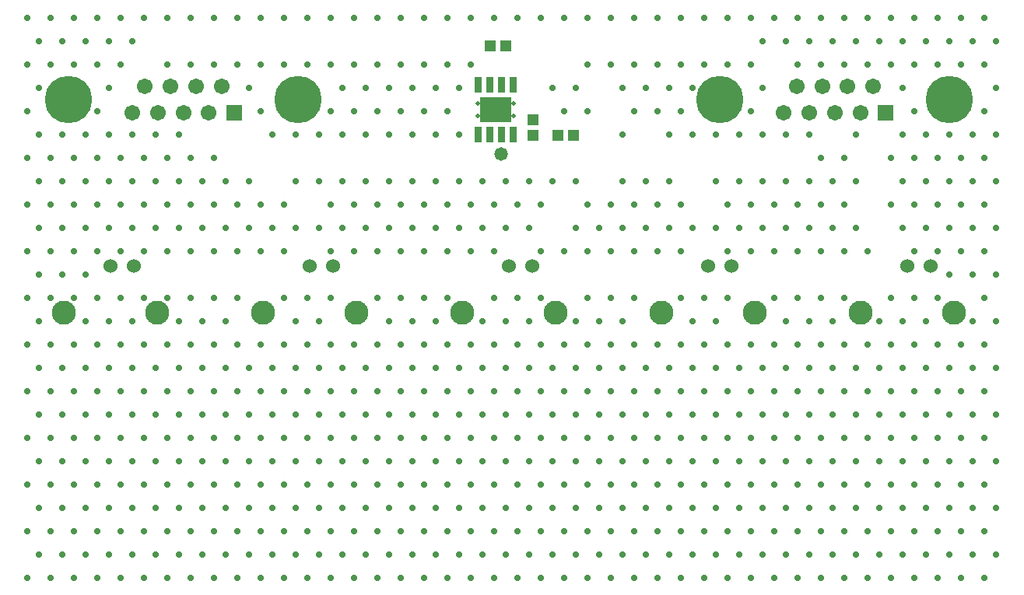
<source format=gbr>
G04*
G04 #@! TF.GenerationSoftware,Altium Limited,Altium Designer,22.11.1 (43)*
G04*
G04 Layer_Color=8388736*
%FSLAX25Y25*%
%MOIN*%
G70*
G04*
G04 #@! TF.SameCoordinates,CBAEC89D-BC59-4BCD-ABD7-6F5F8566886D*
G04*
G04*
G04 #@! TF.FilePolarity,Negative*
G04*
G01*
G75*
%ADD18R,0.05131X0.04737*%
%ADD19R,0.04737X0.05131*%
%ADD20C,0.06706*%
%ADD21R,0.06706X0.06706*%
%ADD22C,0.20288*%
%ADD23C,0.06000*%
%ADD24C,0.10300*%
%ADD25C,0.01981*%
%ADD26C,0.02769*%
%ADD27C,0.05800*%
G36*
X301544Y303010D02*
X301544Y303021D01*
X301546Y303031D01*
X301548Y303041D01*
X301550Y303051D01*
X301553Y303061D01*
X301556Y303070D01*
X301560Y303080D01*
X301565Y303089D01*
X301570Y303098D01*
X301575Y303107D01*
X301581Y303116D01*
X301587Y303124D01*
X301594Y303132D01*
X301601Y303139D01*
X301608Y303146D01*
X301616Y303153D01*
X301624Y303159D01*
X301633Y303165D01*
X301642Y303170D01*
X301651Y303175D01*
X301660Y303180D01*
X301670Y303184D01*
X301679Y303187D01*
X301689Y303190D01*
X301699Y303192D01*
X301709Y303194D01*
X301720Y303196D01*
X301730Y303197D01*
X301740Y303197D01*
X304260D01*
X304270Y303197D01*
X304280Y303196D01*
X304291Y303194D01*
X304301Y303192D01*
X304311Y303190D01*
X304321Y303187D01*
X304330Y303184D01*
X304340Y303180D01*
X304349Y303175D01*
X304358Y303170D01*
X304367Y303165D01*
X304376Y303159D01*
X304384Y303153D01*
X304392Y303146D01*
X304399Y303139D01*
X304406Y303132D01*
X304413Y303124D01*
X304419Y303116D01*
X304425Y303107D01*
X304430Y303098D01*
X304435Y303089D01*
X304440Y303080D01*
X304444Y303070D01*
X304447Y303061D01*
X304450Y303051D01*
X304452Y303041D01*
X304454Y303031D01*
X304456Y303021D01*
X304456Y303010D01*
X304457Y303000D01*
Y296740D01*
X304456Y296730D01*
X304456Y296720D01*
X304454Y296709D01*
X304452Y296699D01*
X304450Y296689D01*
X304447Y296679D01*
X304444Y296670D01*
X304440Y296660D01*
X304435Y296651D01*
X304430Y296642D01*
X304425Y296633D01*
X304419Y296624D01*
X304413Y296616D01*
X304406Y296608D01*
X304399Y296601D01*
X304392Y296594D01*
X304384Y296587D01*
X304376Y296581D01*
X304367Y296575D01*
X304358Y296570D01*
X304349Y296565D01*
X304340Y296560D01*
X304330Y296556D01*
X304321Y296553D01*
X304311Y296550D01*
X304301Y296548D01*
X304291Y296546D01*
X304280Y296544D01*
X304270Y296544D01*
X304260Y296543D01*
X301740D01*
X301730Y296544D01*
X301720Y296544D01*
X301709Y296546D01*
X301699Y296548D01*
X301689Y296550D01*
X301679Y296553D01*
X301670Y296556D01*
X301660Y296560D01*
X301651Y296565D01*
X301642Y296570D01*
X301633Y296575D01*
X301624Y296581D01*
X301616Y296587D01*
X301608Y296594D01*
X301601Y296601D01*
X301594Y296608D01*
X301587Y296616D01*
X301581Y296624D01*
X301575Y296633D01*
X301570Y296642D01*
X301565Y296651D01*
X301560Y296660D01*
X301556Y296670D01*
X301553Y296679D01*
X301550Y296689D01*
X301548Y296699D01*
X301546Y296709D01*
X301544Y296720D01*
X301544Y296730D01*
X301543Y296740D01*
Y303000D01*
X301544Y303010D01*
D02*
G37*
G36*
X306544D02*
X306544Y303021D01*
X306546Y303031D01*
X306548Y303041D01*
X306550Y303051D01*
X306553Y303061D01*
X306556Y303070D01*
X306560Y303080D01*
X306565Y303089D01*
X306570Y303098D01*
X306575Y303107D01*
X306581Y303116D01*
X306587Y303124D01*
X306594Y303132D01*
X306601Y303139D01*
X306608Y303146D01*
X306616Y303153D01*
X306624Y303159D01*
X306633Y303165D01*
X306642Y303170D01*
X306651Y303175D01*
X306660Y303180D01*
X306670Y303184D01*
X306679Y303187D01*
X306689Y303190D01*
X306699Y303192D01*
X306709Y303194D01*
X306720Y303196D01*
X306730Y303197D01*
X306740Y303197D01*
X309260D01*
X309270Y303197D01*
X309280Y303196D01*
X309291Y303194D01*
X309301Y303192D01*
X309311Y303190D01*
X309321Y303187D01*
X309330Y303184D01*
X309340Y303180D01*
X309349Y303175D01*
X309358Y303170D01*
X309367Y303165D01*
X309376Y303159D01*
X309384Y303153D01*
X309392Y303146D01*
X309399Y303139D01*
X309406Y303132D01*
X309413Y303124D01*
X309419Y303116D01*
X309425Y303107D01*
X309430Y303098D01*
X309435Y303089D01*
X309440Y303080D01*
X309444Y303070D01*
X309447Y303061D01*
X309450Y303051D01*
X309452Y303041D01*
X309454Y303031D01*
X309456Y303021D01*
X309456Y303010D01*
X309457Y303000D01*
Y296740D01*
X309456Y296730D01*
X309456Y296720D01*
X309454Y296709D01*
X309452Y296699D01*
X309450Y296689D01*
X309447Y296679D01*
X309444Y296670D01*
X309440Y296660D01*
X309435Y296651D01*
X309430Y296642D01*
X309425Y296633D01*
X309419Y296624D01*
X309413Y296616D01*
X309406Y296608D01*
X309399Y296601D01*
X309392Y296594D01*
X309384Y296587D01*
X309376Y296581D01*
X309367Y296575D01*
X309358Y296570D01*
X309349Y296565D01*
X309340Y296560D01*
X309330Y296556D01*
X309321Y296553D01*
X309311Y296550D01*
X309301Y296548D01*
X309291Y296546D01*
X309280Y296544D01*
X309270Y296544D01*
X309260Y296543D01*
X306740D01*
X306730Y296544D01*
X306720Y296544D01*
X306709Y296546D01*
X306699Y296548D01*
X306689Y296550D01*
X306679Y296553D01*
X306670Y296556D01*
X306660Y296560D01*
X306651Y296565D01*
X306642Y296570D01*
X306633Y296575D01*
X306624Y296581D01*
X306616Y296587D01*
X306608Y296594D01*
X306601Y296601D01*
X306594Y296608D01*
X306587Y296616D01*
X306581Y296624D01*
X306575Y296633D01*
X306570Y296642D01*
X306565Y296651D01*
X306560Y296660D01*
X306556Y296670D01*
X306553Y296679D01*
X306550Y296689D01*
X306548Y296699D01*
X306546Y296709D01*
X306544Y296720D01*
X306544Y296730D01*
X306543Y296740D01*
Y303000D01*
X306544Y303010D01*
D02*
G37*
G36*
X311544D02*
X311544Y303021D01*
X311546Y303031D01*
X311548Y303041D01*
X311550Y303051D01*
X311553Y303061D01*
X311556Y303070D01*
X311560Y303080D01*
X311565Y303089D01*
X311570Y303098D01*
X311575Y303107D01*
X311581Y303116D01*
X311587Y303124D01*
X311594Y303132D01*
X311601Y303139D01*
X311608Y303146D01*
X311616Y303153D01*
X311624Y303159D01*
X311633Y303165D01*
X311642Y303170D01*
X311651Y303175D01*
X311660Y303180D01*
X311670Y303184D01*
X311679Y303187D01*
X311689Y303190D01*
X311699Y303192D01*
X311709Y303194D01*
X311720Y303196D01*
X311730Y303197D01*
X311740Y303197D01*
X314260D01*
X314270Y303197D01*
X314280Y303196D01*
X314291Y303194D01*
X314301Y303192D01*
X314311Y303190D01*
X314321Y303187D01*
X314330Y303184D01*
X314340Y303180D01*
X314349Y303175D01*
X314358Y303170D01*
X314367Y303165D01*
X314376Y303159D01*
X314384Y303153D01*
X314392Y303146D01*
X314399Y303139D01*
X314406Y303132D01*
X314413Y303124D01*
X314419Y303116D01*
X314425Y303107D01*
X314430Y303098D01*
X314435Y303089D01*
X314440Y303080D01*
X314444Y303070D01*
X314447Y303061D01*
X314450Y303051D01*
X314452Y303041D01*
X314454Y303031D01*
X314456Y303021D01*
X314456Y303010D01*
X314457Y303000D01*
Y296740D01*
X314456Y296730D01*
X314456Y296720D01*
X314454Y296709D01*
X314452Y296699D01*
X314450Y296689D01*
X314447Y296679D01*
X314444Y296670D01*
X314440Y296660D01*
X314435Y296651D01*
X314430Y296642D01*
X314425Y296633D01*
X314419Y296624D01*
X314413Y296616D01*
X314406Y296608D01*
X314399Y296601D01*
X314392Y296594D01*
X314384Y296587D01*
X314376Y296581D01*
X314367Y296575D01*
X314358Y296570D01*
X314349Y296565D01*
X314340Y296560D01*
X314330Y296556D01*
X314321Y296553D01*
X314311Y296550D01*
X314301Y296548D01*
X314291Y296546D01*
X314280Y296544D01*
X314270Y296544D01*
X314260Y296543D01*
X311740D01*
X311730Y296544D01*
X311720Y296544D01*
X311709Y296546D01*
X311699Y296548D01*
X311689Y296550D01*
X311679Y296553D01*
X311670Y296556D01*
X311660Y296560D01*
X311651Y296565D01*
X311642Y296570D01*
X311633Y296575D01*
X311624Y296581D01*
X311616Y296587D01*
X311608Y296594D01*
X311601Y296601D01*
X311594Y296608D01*
X311587Y296616D01*
X311581Y296624D01*
X311575Y296633D01*
X311570Y296642D01*
X311565Y296651D01*
X311560Y296660D01*
X311556Y296670D01*
X311553Y296679D01*
X311550Y296689D01*
X311548Y296699D01*
X311546Y296709D01*
X311544Y296720D01*
X311544Y296730D01*
X311543Y296740D01*
Y303000D01*
X311544Y303010D01*
D02*
G37*
G36*
X316544D02*
X316544Y303021D01*
X316546Y303031D01*
X316548Y303041D01*
X316550Y303051D01*
X316553Y303061D01*
X316556Y303070D01*
X316560Y303080D01*
X316565Y303089D01*
X316570Y303098D01*
X316575Y303107D01*
X316581Y303116D01*
X316587Y303124D01*
X316594Y303132D01*
X316601Y303139D01*
X316608Y303146D01*
X316616Y303153D01*
X316624Y303159D01*
X316633Y303165D01*
X316642Y303170D01*
X316651Y303175D01*
X316660Y303180D01*
X316670Y303184D01*
X316679Y303187D01*
X316689Y303190D01*
X316699Y303192D01*
X316709Y303194D01*
X316720Y303196D01*
X316730Y303197D01*
X316740Y303197D01*
X319260D01*
X319270Y303197D01*
X319280Y303196D01*
X319291Y303194D01*
X319301Y303192D01*
X319311Y303190D01*
X319321Y303187D01*
X319330Y303184D01*
X319340Y303180D01*
X319349Y303175D01*
X319358Y303170D01*
X319367Y303165D01*
X319376Y303159D01*
X319384Y303153D01*
X319392Y303146D01*
X319399Y303139D01*
X319406Y303132D01*
X319413Y303124D01*
X319419Y303116D01*
X319425Y303107D01*
X319430Y303098D01*
X319435Y303089D01*
X319440Y303080D01*
X319444Y303070D01*
X319447Y303061D01*
X319450Y303051D01*
X319452Y303041D01*
X319454Y303031D01*
X319456Y303021D01*
X319456Y303010D01*
X319457Y303000D01*
Y296740D01*
X319456Y296730D01*
X319456Y296720D01*
X319454Y296709D01*
X319452Y296699D01*
X319450Y296689D01*
X319447Y296679D01*
X319444Y296670D01*
X319440Y296660D01*
X319435Y296651D01*
X319430Y296642D01*
X319425Y296633D01*
X319419Y296624D01*
X319413Y296616D01*
X319406Y296608D01*
X319399Y296601D01*
X319392Y296594D01*
X319384Y296587D01*
X319376Y296581D01*
X319367Y296575D01*
X319358Y296570D01*
X319349Y296565D01*
X319340Y296560D01*
X319330Y296556D01*
X319321Y296553D01*
X319311Y296550D01*
X319301Y296548D01*
X319291Y296546D01*
X319280Y296544D01*
X319270Y296544D01*
X319260Y296543D01*
X316740D01*
X316730Y296544D01*
X316720Y296544D01*
X316709Y296546D01*
X316699Y296548D01*
X316689Y296550D01*
X316679Y296553D01*
X316670Y296556D01*
X316660Y296560D01*
X316651Y296565D01*
X316642Y296570D01*
X316633Y296575D01*
X316624Y296581D01*
X316616Y296587D01*
X316608Y296594D01*
X316601Y296601D01*
X316594Y296608D01*
X316587Y296616D01*
X316581Y296624D01*
X316575Y296633D01*
X316570Y296642D01*
X316565Y296651D01*
X316560Y296660D01*
X316556Y296670D01*
X316553Y296679D01*
X316550Y296689D01*
X316548Y296699D01*
X316546Y296709D01*
X316544Y296720D01*
X316544Y296730D01*
X316543Y296740D01*
Y303000D01*
X316544Y303010D01*
D02*
G37*
G36*
X319270Y324456D02*
X319280Y324456D01*
X319291Y324454D01*
X319301Y324452D01*
X319311Y324450D01*
X319321Y324447D01*
X319330Y324444D01*
X319340Y324440D01*
X319349Y324435D01*
X319358Y324430D01*
X319367Y324425D01*
X319376Y324419D01*
X319384Y324413D01*
X319392Y324406D01*
X319399Y324399D01*
X319406Y324392D01*
X319413Y324384D01*
X319419Y324376D01*
X319425Y324367D01*
X319430Y324358D01*
X319435Y324349D01*
X319440Y324340D01*
X319444Y324330D01*
X319447Y324321D01*
X319450Y324311D01*
X319452Y324301D01*
X319454Y324291D01*
X319456Y324280D01*
X319456Y324270D01*
X319457Y324260D01*
Y318000D01*
X319456Y317990D01*
X319456Y317979D01*
X319454Y317969D01*
X319452Y317959D01*
X319450Y317949D01*
X319447Y317939D01*
X319444Y317930D01*
X319440Y317920D01*
X319435Y317911D01*
X319430Y317902D01*
X319425Y317893D01*
X319419Y317884D01*
X319413Y317876D01*
X319406Y317868D01*
X319399Y317861D01*
X319392Y317854D01*
X319384Y317847D01*
X319376Y317841D01*
X319367Y317835D01*
X319358Y317829D01*
X319349Y317825D01*
X319340Y317820D01*
X319330Y317816D01*
X319321Y317813D01*
X319311Y317810D01*
X319301Y317808D01*
X319291Y317806D01*
X319280Y317804D01*
X319270Y317803D01*
X319260Y317803D01*
X316740D01*
X316730Y317803D01*
X316720Y317804D01*
X316709Y317806D01*
X316699Y317808D01*
X316689Y317810D01*
X316679Y317813D01*
X316670Y317816D01*
X316660Y317820D01*
X316651Y317825D01*
X316642Y317829D01*
X316633Y317835D01*
X316624Y317841D01*
X316616Y317847D01*
X316608Y317854D01*
X316601Y317861D01*
X316594Y317868D01*
X316587Y317876D01*
X316581Y317884D01*
X316575Y317893D01*
X316570Y317902D01*
X316565Y317911D01*
X316560Y317920D01*
X316556Y317930D01*
X316553Y317939D01*
X316550Y317949D01*
X316548Y317959D01*
X316546Y317969D01*
X316544Y317979D01*
X316544Y317990D01*
X316543Y318000D01*
Y324260D01*
X316544Y324270D01*
X316544Y324280D01*
X316546Y324291D01*
X316548Y324301D01*
X316550Y324311D01*
X316553Y324321D01*
X316556Y324330D01*
X316560Y324340D01*
X316565Y324349D01*
X316570Y324358D01*
X316575Y324367D01*
X316581Y324376D01*
X316587Y324384D01*
X316594Y324392D01*
X316601Y324399D01*
X316608Y324406D01*
X316616Y324413D01*
X316624Y324419D01*
X316633Y324425D01*
X316642Y324430D01*
X316651Y324435D01*
X316660Y324440D01*
X316670Y324444D01*
X316679Y324447D01*
X316689Y324450D01*
X316699Y324452D01*
X316709Y324454D01*
X316720Y324456D01*
X316730Y324456D01*
X316740Y324457D01*
X319260D01*
X319270Y324456D01*
D02*
G37*
G36*
X314270D02*
X314280Y324456D01*
X314291Y324454D01*
X314301Y324452D01*
X314311Y324450D01*
X314321Y324447D01*
X314330Y324444D01*
X314340Y324440D01*
X314349Y324435D01*
X314358Y324430D01*
X314367Y324425D01*
X314376Y324419D01*
X314384Y324413D01*
X314392Y324406D01*
X314399Y324399D01*
X314406Y324392D01*
X314413Y324384D01*
X314419Y324376D01*
X314425Y324367D01*
X314430Y324358D01*
X314435Y324349D01*
X314440Y324340D01*
X314444Y324330D01*
X314447Y324321D01*
X314450Y324311D01*
X314452Y324301D01*
X314454Y324291D01*
X314456Y324280D01*
X314456Y324270D01*
X314457Y324260D01*
Y318000D01*
X314456Y317990D01*
X314456Y317979D01*
X314454Y317969D01*
X314452Y317959D01*
X314450Y317949D01*
X314447Y317939D01*
X314444Y317930D01*
X314440Y317920D01*
X314435Y317911D01*
X314430Y317902D01*
X314425Y317893D01*
X314419Y317884D01*
X314413Y317876D01*
X314406Y317868D01*
X314399Y317861D01*
X314392Y317854D01*
X314384Y317847D01*
X314376Y317841D01*
X314367Y317835D01*
X314358Y317829D01*
X314349Y317825D01*
X314340Y317820D01*
X314330Y317816D01*
X314321Y317813D01*
X314311Y317810D01*
X314301Y317808D01*
X314291Y317806D01*
X314280Y317804D01*
X314270Y317803D01*
X314260Y317803D01*
X311740D01*
X311730Y317803D01*
X311720Y317804D01*
X311709Y317806D01*
X311699Y317808D01*
X311689Y317810D01*
X311679Y317813D01*
X311670Y317816D01*
X311660Y317820D01*
X311651Y317825D01*
X311642Y317829D01*
X311633Y317835D01*
X311624Y317841D01*
X311616Y317847D01*
X311608Y317854D01*
X311601Y317861D01*
X311594Y317868D01*
X311587Y317876D01*
X311581Y317884D01*
X311575Y317893D01*
X311570Y317902D01*
X311565Y317911D01*
X311560Y317920D01*
X311556Y317930D01*
X311553Y317939D01*
X311550Y317949D01*
X311548Y317959D01*
X311546Y317969D01*
X311544Y317979D01*
X311544Y317990D01*
X311543Y318000D01*
Y324260D01*
X311544Y324270D01*
X311544Y324280D01*
X311546Y324291D01*
X311548Y324301D01*
X311550Y324311D01*
X311553Y324321D01*
X311556Y324330D01*
X311560Y324340D01*
X311565Y324349D01*
X311570Y324358D01*
X311575Y324367D01*
X311581Y324376D01*
X311587Y324384D01*
X311594Y324392D01*
X311601Y324399D01*
X311608Y324406D01*
X311616Y324413D01*
X311624Y324419D01*
X311633Y324425D01*
X311642Y324430D01*
X311651Y324435D01*
X311660Y324440D01*
X311670Y324444D01*
X311679Y324447D01*
X311689Y324450D01*
X311699Y324452D01*
X311709Y324454D01*
X311720Y324456D01*
X311730Y324456D01*
X311740Y324457D01*
X314260D01*
X314270Y324456D01*
D02*
G37*
G36*
X309270D02*
X309280Y324456D01*
X309291Y324454D01*
X309301Y324452D01*
X309311Y324450D01*
X309321Y324447D01*
X309330Y324444D01*
X309340Y324440D01*
X309349Y324435D01*
X309358Y324430D01*
X309367Y324425D01*
X309376Y324419D01*
X309384Y324413D01*
X309392Y324406D01*
X309399Y324399D01*
X309406Y324392D01*
X309413Y324384D01*
X309419Y324376D01*
X309425Y324367D01*
X309430Y324358D01*
X309435Y324349D01*
X309440Y324340D01*
X309444Y324330D01*
X309447Y324321D01*
X309450Y324311D01*
X309452Y324301D01*
X309454Y324291D01*
X309456Y324280D01*
X309456Y324270D01*
X309457Y324260D01*
Y318000D01*
X309456Y317990D01*
X309456Y317979D01*
X309454Y317969D01*
X309452Y317959D01*
X309450Y317949D01*
X309447Y317939D01*
X309444Y317930D01*
X309440Y317920D01*
X309435Y317911D01*
X309430Y317902D01*
X309425Y317893D01*
X309419Y317884D01*
X309413Y317876D01*
X309406Y317868D01*
X309399Y317861D01*
X309392Y317854D01*
X309384Y317847D01*
X309376Y317841D01*
X309367Y317835D01*
X309358Y317829D01*
X309349Y317825D01*
X309340Y317820D01*
X309330Y317816D01*
X309321Y317813D01*
X309311Y317810D01*
X309301Y317808D01*
X309291Y317806D01*
X309280Y317804D01*
X309270Y317803D01*
X309260Y317803D01*
X306740D01*
X306730Y317803D01*
X306720Y317804D01*
X306709Y317806D01*
X306699Y317808D01*
X306689Y317810D01*
X306679Y317813D01*
X306670Y317816D01*
X306660Y317820D01*
X306651Y317825D01*
X306642Y317829D01*
X306633Y317835D01*
X306624Y317841D01*
X306616Y317847D01*
X306608Y317854D01*
X306601Y317861D01*
X306594Y317868D01*
X306587Y317876D01*
X306581Y317884D01*
X306575Y317893D01*
X306570Y317902D01*
X306565Y317911D01*
X306560Y317920D01*
X306556Y317930D01*
X306553Y317939D01*
X306550Y317949D01*
X306548Y317959D01*
X306546Y317969D01*
X306544Y317979D01*
X306544Y317990D01*
X306543Y318000D01*
Y324260D01*
X306544Y324270D01*
X306544Y324280D01*
X306546Y324291D01*
X306548Y324301D01*
X306550Y324311D01*
X306553Y324321D01*
X306556Y324330D01*
X306560Y324340D01*
X306565Y324349D01*
X306570Y324358D01*
X306575Y324367D01*
X306581Y324376D01*
X306587Y324384D01*
X306594Y324392D01*
X306601Y324399D01*
X306608Y324406D01*
X306616Y324413D01*
X306624Y324419D01*
X306633Y324425D01*
X306642Y324430D01*
X306651Y324435D01*
X306660Y324440D01*
X306670Y324444D01*
X306679Y324447D01*
X306689Y324450D01*
X306699Y324452D01*
X306709Y324454D01*
X306720Y324456D01*
X306730Y324456D01*
X306740Y324457D01*
X309260D01*
X309270Y324456D01*
D02*
G37*
G36*
X304270D02*
X304280Y324456D01*
X304291Y324454D01*
X304301Y324452D01*
X304311Y324450D01*
X304321Y324447D01*
X304330Y324444D01*
X304340Y324440D01*
X304349Y324435D01*
X304358Y324430D01*
X304367Y324425D01*
X304376Y324419D01*
X304384Y324413D01*
X304392Y324406D01*
X304399Y324399D01*
X304406Y324392D01*
X304413Y324384D01*
X304419Y324376D01*
X304425Y324367D01*
X304430Y324358D01*
X304435Y324349D01*
X304440Y324340D01*
X304444Y324330D01*
X304447Y324321D01*
X304450Y324311D01*
X304452Y324301D01*
X304454Y324291D01*
X304456Y324280D01*
X304456Y324270D01*
X304457Y324260D01*
Y318000D01*
X304456Y317990D01*
X304456Y317979D01*
X304454Y317969D01*
X304452Y317959D01*
X304450Y317949D01*
X304447Y317939D01*
X304444Y317930D01*
X304440Y317920D01*
X304435Y317911D01*
X304430Y317902D01*
X304425Y317893D01*
X304419Y317884D01*
X304413Y317876D01*
X304406Y317868D01*
X304399Y317861D01*
X304392Y317854D01*
X304384Y317847D01*
X304376Y317841D01*
X304367Y317835D01*
X304358Y317829D01*
X304349Y317825D01*
X304340Y317820D01*
X304330Y317816D01*
X304321Y317813D01*
X304311Y317810D01*
X304301Y317808D01*
X304291Y317806D01*
X304280Y317804D01*
X304270Y317803D01*
X304260Y317803D01*
X301740D01*
X301730Y317803D01*
X301720Y317804D01*
X301709Y317806D01*
X301699Y317808D01*
X301689Y317810D01*
X301679Y317813D01*
X301670Y317816D01*
X301660Y317820D01*
X301651Y317825D01*
X301642Y317829D01*
X301633Y317835D01*
X301624Y317841D01*
X301616Y317847D01*
X301608Y317854D01*
X301601Y317861D01*
X301594Y317868D01*
X301587Y317876D01*
X301581Y317884D01*
X301575Y317893D01*
X301570Y317902D01*
X301565Y317911D01*
X301560Y317920D01*
X301556Y317930D01*
X301553Y317939D01*
X301550Y317949D01*
X301548Y317959D01*
X301546Y317969D01*
X301544Y317979D01*
X301544Y317990D01*
X301543Y318000D01*
Y324260D01*
X301544Y324270D01*
X301544Y324280D01*
X301546Y324291D01*
X301548Y324301D01*
X301550Y324311D01*
X301553Y324321D01*
X301556Y324330D01*
X301560Y324340D01*
X301565Y324349D01*
X301570Y324358D01*
X301575Y324367D01*
X301581Y324376D01*
X301587Y324384D01*
X301594Y324392D01*
X301601Y324399D01*
X301608Y324406D01*
X301616Y324413D01*
X301624Y324419D01*
X301633Y324425D01*
X301642Y324430D01*
X301651Y324435D01*
X301660Y324440D01*
X301670Y324444D01*
X301679Y324447D01*
X301689Y324450D01*
X301699Y324452D01*
X301709Y324454D01*
X301720Y324456D01*
X301730Y324456D01*
X301740Y324457D01*
X304260D01*
X304270Y324456D01*
D02*
G37*
G36*
X317193Y305165D02*
X303807D01*
Y315835D01*
X317193D01*
Y305165D01*
D02*
G37*
D18*
X314846Y338000D02*
D03*
X308154D02*
D03*
X337154Y299500D02*
D03*
X343847D02*
D03*
D19*
X326500Y306347D02*
D03*
Y299654D02*
D03*
D20*
X472165Y320500D02*
D03*
X461260D02*
D03*
X450354D02*
D03*
X439448D02*
D03*
X433996Y309319D02*
D03*
X444901D02*
D03*
X455807D02*
D03*
X466712D02*
D03*
X193052Y320500D02*
D03*
X182146D02*
D03*
X171241D02*
D03*
X160335D02*
D03*
X154882Y309319D02*
D03*
X165788D02*
D03*
X176693D02*
D03*
X187599D02*
D03*
D21*
X477618D02*
D03*
X198504D02*
D03*
D22*
X505000Y314910D02*
D03*
X406614D02*
D03*
X225886D02*
D03*
X127500D02*
D03*
D23*
X145500Y243500D02*
D03*
X155500D02*
D03*
X230875D02*
D03*
X240875D02*
D03*
X316250D02*
D03*
X326250D02*
D03*
X401625D02*
D03*
X411625D02*
D03*
X487000D02*
D03*
X497000D02*
D03*
D24*
X165500Y223500D02*
D03*
X125500D02*
D03*
X250875D02*
D03*
X210875D02*
D03*
X336250D02*
D03*
X296250D02*
D03*
X421625D02*
D03*
X381625D02*
D03*
X507000D02*
D03*
X467000D02*
D03*
D25*
X302823Y307941D02*
D03*
Y313059D02*
D03*
X307941Y307941D02*
D03*
Y313059D02*
D03*
X313059Y307941D02*
D03*
Y313059D02*
D03*
X318177Y307941D02*
D03*
Y313059D02*
D03*
D26*
X520000Y350000D02*
D03*
X525000Y340000D02*
D03*
X520000Y330000D02*
D03*
X525000Y320000D02*
D03*
X520000Y310000D02*
D03*
X525000Y300000D02*
D03*
X520000Y290000D02*
D03*
X525000Y280000D02*
D03*
X520000Y270000D02*
D03*
X525000Y260000D02*
D03*
X520000Y250000D02*
D03*
X525000Y240000D02*
D03*
X520000Y230000D02*
D03*
X525000Y220000D02*
D03*
X520000Y210000D02*
D03*
X525000Y200000D02*
D03*
X520000Y190000D02*
D03*
X525000Y180000D02*
D03*
X520000Y170000D02*
D03*
X525000Y160000D02*
D03*
X520000Y150000D02*
D03*
X525000Y140000D02*
D03*
X520000Y130000D02*
D03*
X525000Y120000D02*
D03*
X520000Y110000D02*
D03*
X510000Y350000D02*
D03*
X515000Y340000D02*
D03*
X510000Y330000D02*
D03*
X515000Y300000D02*
D03*
X510000Y290000D02*
D03*
X515000Y280000D02*
D03*
X510000Y270000D02*
D03*
X515000Y260000D02*
D03*
X510000Y250000D02*
D03*
X515000Y240000D02*
D03*
Y220000D02*
D03*
X510000Y210000D02*
D03*
X515000Y200000D02*
D03*
X510000Y190000D02*
D03*
X515000Y180000D02*
D03*
X510000Y170000D02*
D03*
X515000Y160000D02*
D03*
X510000Y150000D02*
D03*
X515000Y140000D02*
D03*
X510000Y130000D02*
D03*
X515000Y120000D02*
D03*
X510000Y110000D02*
D03*
X500000Y350000D02*
D03*
X505000Y340000D02*
D03*
X500000Y330000D02*
D03*
X505000Y300000D02*
D03*
X500000Y290000D02*
D03*
X505000Y280000D02*
D03*
X500000Y270000D02*
D03*
X505000Y260000D02*
D03*
X500000Y250000D02*
D03*
X505000Y240000D02*
D03*
X500000Y230000D02*
D03*
Y210000D02*
D03*
X505000Y200000D02*
D03*
X500000Y190000D02*
D03*
X505000Y180000D02*
D03*
X500000Y170000D02*
D03*
X505000Y160000D02*
D03*
X500000Y150000D02*
D03*
X505000Y140000D02*
D03*
X500000Y130000D02*
D03*
X505000Y120000D02*
D03*
X500000Y110000D02*
D03*
X490000Y350000D02*
D03*
X495000Y340000D02*
D03*
X490000Y330000D02*
D03*
Y310000D02*
D03*
X495000Y300000D02*
D03*
X490000Y290000D02*
D03*
X495000Y280000D02*
D03*
X490000Y270000D02*
D03*
X495000Y260000D02*
D03*
X490000Y250000D02*
D03*
Y230000D02*
D03*
X495000Y220000D02*
D03*
X490000Y210000D02*
D03*
X495000Y200000D02*
D03*
X490000Y190000D02*
D03*
X495000Y180000D02*
D03*
X490000Y170000D02*
D03*
X495000Y160000D02*
D03*
X490000Y150000D02*
D03*
X495000Y140000D02*
D03*
X490000Y130000D02*
D03*
X495000Y120000D02*
D03*
X490000Y110000D02*
D03*
X480000Y350000D02*
D03*
X485000Y340000D02*
D03*
X480000Y330000D02*
D03*
X485000Y320000D02*
D03*
Y300000D02*
D03*
X480000Y290000D02*
D03*
X485000Y280000D02*
D03*
X480000Y270000D02*
D03*
X485000Y260000D02*
D03*
X480000Y230000D02*
D03*
X485000Y220000D02*
D03*
X480000Y210000D02*
D03*
X485000Y200000D02*
D03*
X480000Y190000D02*
D03*
X485000Y180000D02*
D03*
X480000Y170000D02*
D03*
X485000Y160000D02*
D03*
X480000Y150000D02*
D03*
X485000Y140000D02*
D03*
X480000Y130000D02*
D03*
X485000Y120000D02*
D03*
X480000Y110000D02*
D03*
X470000Y350000D02*
D03*
X475000Y340000D02*
D03*
X470000Y330000D02*
D03*
Y250000D02*
D03*
X475000Y220000D02*
D03*
X470000Y210000D02*
D03*
X475000Y200000D02*
D03*
X470000Y190000D02*
D03*
X475000Y180000D02*
D03*
X470000Y170000D02*
D03*
X475000Y160000D02*
D03*
X470000Y150000D02*
D03*
X475000Y140000D02*
D03*
X470000Y130000D02*
D03*
X475000Y120000D02*
D03*
X470000Y110000D02*
D03*
X460000Y350000D02*
D03*
X465000Y340000D02*
D03*
X460000Y330000D02*
D03*
X465000Y300000D02*
D03*
X460000Y290000D02*
D03*
X465000Y280000D02*
D03*
X460000Y270000D02*
D03*
X465000Y260000D02*
D03*
X460000Y250000D02*
D03*
Y230000D02*
D03*
Y210000D02*
D03*
X465000Y200000D02*
D03*
X460000Y190000D02*
D03*
X465000Y180000D02*
D03*
X460000Y170000D02*
D03*
X465000Y160000D02*
D03*
X460000Y150000D02*
D03*
X465000Y140000D02*
D03*
X460000Y130000D02*
D03*
X465000Y120000D02*
D03*
X460000Y110000D02*
D03*
X450000Y350000D02*
D03*
X455000Y340000D02*
D03*
X450000Y330000D02*
D03*
Y290000D02*
D03*
X455000Y280000D02*
D03*
X450000Y270000D02*
D03*
X455000Y260000D02*
D03*
X450000Y250000D02*
D03*
Y230000D02*
D03*
X455000Y220000D02*
D03*
X450000Y210000D02*
D03*
X455000Y200000D02*
D03*
X450000Y190000D02*
D03*
X455000Y180000D02*
D03*
X450000Y170000D02*
D03*
X455000Y160000D02*
D03*
X450000Y150000D02*
D03*
X455000Y140000D02*
D03*
X450000Y130000D02*
D03*
X455000Y120000D02*
D03*
X450000Y110000D02*
D03*
X440000Y350000D02*
D03*
X445000Y340000D02*
D03*
X440000Y330000D02*
D03*
X445000Y300000D02*
D03*
Y280000D02*
D03*
X440000Y270000D02*
D03*
X445000Y260000D02*
D03*
X440000Y250000D02*
D03*
Y230000D02*
D03*
X445000Y220000D02*
D03*
X440000Y210000D02*
D03*
X445000Y200000D02*
D03*
X440000Y190000D02*
D03*
X445000Y180000D02*
D03*
X440000Y170000D02*
D03*
X445000Y160000D02*
D03*
X440000Y150000D02*
D03*
X445000Y140000D02*
D03*
X440000Y130000D02*
D03*
X445000Y120000D02*
D03*
X440000Y110000D02*
D03*
X430000Y350000D02*
D03*
X435000Y340000D02*
D03*
Y300000D02*
D03*
Y280000D02*
D03*
X430000Y270000D02*
D03*
X435000Y260000D02*
D03*
X430000Y250000D02*
D03*
Y230000D02*
D03*
X435000Y220000D02*
D03*
X430000Y210000D02*
D03*
X435000Y200000D02*
D03*
X430000Y190000D02*
D03*
X435000Y180000D02*
D03*
X430000Y170000D02*
D03*
X435000Y160000D02*
D03*
X430000Y150000D02*
D03*
X435000Y140000D02*
D03*
X430000Y130000D02*
D03*
X435000Y120000D02*
D03*
X430000Y110000D02*
D03*
X420000Y350000D02*
D03*
X425000Y340000D02*
D03*
X420000Y330000D02*
D03*
X425000Y320000D02*
D03*
X420000Y310000D02*
D03*
X425000Y300000D02*
D03*
Y280000D02*
D03*
X420000Y270000D02*
D03*
X425000Y260000D02*
D03*
X420000Y250000D02*
D03*
Y210000D02*
D03*
X425000Y200000D02*
D03*
X420000Y190000D02*
D03*
X425000Y180000D02*
D03*
X420000Y170000D02*
D03*
X425000Y160000D02*
D03*
X420000Y150000D02*
D03*
X425000Y140000D02*
D03*
X420000Y130000D02*
D03*
X425000Y120000D02*
D03*
X420000Y110000D02*
D03*
X410000Y350000D02*
D03*
Y330000D02*
D03*
X415000Y300000D02*
D03*
Y280000D02*
D03*
X410000Y270000D02*
D03*
X415000Y260000D02*
D03*
X410000Y250000D02*
D03*
Y230000D02*
D03*
Y210000D02*
D03*
X415000Y200000D02*
D03*
X410000Y190000D02*
D03*
X415000Y180000D02*
D03*
X410000Y170000D02*
D03*
X415000Y160000D02*
D03*
X410000Y150000D02*
D03*
X415000Y140000D02*
D03*
X410000Y130000D02*
D03*
X415000Y120000D02*
D03*
X410000Y110000D02*
D03*
X400000Y350000D02*
D03*
Y330000D02*
D03*
X405000Y300000D02*
D03*
Y280000D02*
D03*
Y260000D02*
D03*
X400000Y230000D02*
D03*
X405000Y220000D02*
D03*
X400000Y210000D02*
D03*
X405000Y200000D02*
D03*
X400000Y190000D02*
D03*
X405000Y180000D02*
D03*
X400000Y170000D02*
D03*
X405000Y160000D02*
D03*
X400000Y150000D02*
D03*
X405000Y140000D02*
D03*
X400000Y130000D02*
D03*
X405000Y120000D02*
D03*
X400000Y110000D02*
D03*
X390000Y350000D02*
D03*
Y330000D02*
D03*
X395000Y320000D02*
D03*
X390000Y310000D02*
D03*
X395000Y300000D02*
D03*
X390000Y270000D02*
D03*
X395000Y260000D02*
D03*
X390000Y250000D02*
D03*
Y230000D02*
D03*
X395000Y220000D02*
D03*
X390000Y210000D02*
D03*
X395000Y200000D02*
D03*
X390000Y190000D02*
D03*
X395000Y180000D02*
D03*
X390000Y170000D02*
D03*
X395000Y160000D02*
D03*
X390000Y150000D02*
D03*
X395000Y140000D02*
D03*
X390000Y130000D02*
D03*
X395000Y120000D02*
D03*
X390000Y110000D02*
D03*
X380000Y350000D02*
D03*
Y330000D02*
D03*
X385000Y320000D02*
D03*
X380000Y310000D02*
D03*
X385000Y300000D02*
D03*
Y280000D02*
D03*
X380000Y270000D02*
D03*
X385000Y260000D02*
D03*
X380000Y250000D02*
D03*
Y210000D02*
D03*
X385000Y200000D02*
D03*
X380000Y190000D02*
D03*
X385000Y180000D02*
D03*
X380000Y170000D02*
D03*
X385000Y160000D02*
D03*
X380000Y150000D02*
D03*
X385000Y140000D02*
D03*
X380000Y130000D02*
D03*
X385000Y120000D02*
D03*
X380000Y110000D02*
D03*
X370000Y350000D02*
D03*
Y330000D02*
D03*
X375000Y320000D02*
D03*
X370000Y310000D02*
D03*
X375000Y280000D02*
D03*
X370000Y270000D02*
D03*
X375000Y260000D02*
D03*
X370000Y250000D02*
D03*
Y230000D02*
D03*
Y210000D02*
D03*
X375000Y200000D02*
D03*
X370000Y190000D02*
D03*
X375000Y180000D02*
D03*
X370000Y170000D02*
D03*
X375000Y160000D02*
D03*
X370000Y150000D02*
D03*
X375000Y140000D02*
D03*
X370000Y130000D02*
D03*
X375000Y120000D02*
D03*
X370000Y110000D02*
D03*
X360000Y350000D02*
D03*
Y330000D02*
D03*
X365000Y320000D02*
D03*
Y300000D02*
D03*
Y280000D02*
D03*
X360000Y270000D02*
D03*
X365000Y260000D02*
D03*
X360000Y250000D02*
D03*
Y230000D02*
D03*
X365000Y220000D02*
D03*
X360000Y210000D02*
D03*
X365000Y200000D02*
D03*
X360000Y190000D02*
D03*
X365000Y180000D02*
D03*
X360000Y170000D02*
D03*
X365000Y160000D02*
D03*
X360000Y150000D02*
D03*
X365000Y140000D02*
D03*
X360000Y130000D02*
D03*
X365000Y120000D02*
D03*
X360000Y110000D02*
D03*
X350000Y350000D02*
D03*
Y330000D02*
D03*
Y310000D02*
D03*
Y270000D02*
D03*
X355000Y260000D02*
D03*
X350000Y250000D02*
D03*
Y230000D02*
D03*
X355000Y220000D02*
D03*
X350000Y210000D02*
D03*
X355000Y200000D02*
D03*
X350000Y190000D02*
D03*
X355000Y180000D02*
D03*
X350000Y170000D02*
D03*
X355000Y160000D02*
D03*
X350000Y150000D02*
D03*
X355000Y140000D02*
D03*
X350000Y130000D02*
D03*
X355000Y120000D02*
D03*
X350000Y110000D02*
D03*
X340000Y350000D02*
D03*
X345000Y320000D02*
D03*
X340000Y310000D02*
D03*
X345000Y280000D02*
D03*
Y260000D02*
D03*
X340000Y250000D02*
D03*
X345000Y220000D02*
D03*
X340000Y210000D02*
D03*
X345000Y200000D02*
D03*
X340000Y190000D02*
D03*
X345000Y180000D02*
D03*
X340000Y170000D02*
D03*
X345000Y160000D02*
D03*
X340000Y150000D02*
D03*
X345000Y140000D02*
D03*
X340000Y130000D02*
D03*
X345000Y120000D02*
D03*
X340000Y110000D02*
D03*
X330000Y350000D02*
D03*
X335000Y320000D02*
D03*
Y280000D02*
D03*
X330000Y270000D02*
D03*
Y250000D02*
D03*
Y230000D02*
D03*
Y210000D02*
D03*
X335000Y200000D02*
D03*
X330000Y190000D02*
D03*
X335000Y180000D02*
D03*
X330000Y170000D02*
D03*
X335000Y160000D02*
D03*
X330000Y150000D02*
D03*
X335000Y140000D02*
D03*
X330000Y130000D02*
D03*
X335000Y120000D02*
D03*
X330000Y110000D02*
D03*
X320000Y350000D02*
D03*
X325000Y280000D02*
D03*
X320000Y270000D02*
D03*
X325000Y260000D02*
D03*
X320000Y230000D02*
D03*
X325000Y220000D02*
D03*
X320000Y210000D02*
D03*
X325000Y200000D02*
D03*
X320000Y190000D02*
D03*
X325000Y180000D02*
D03*
X320000Y170000D02*
D03*
X325000Y160000D02*
D03*
X320000Y150000D02*
D03*
X325000Y140000D02*
D03*
X320000Y130000D02*
D03*
X325000Y120000D02*
D03*
X320000Y110000D02*
D03*
X310000Y350000D02*
D03*
X315000Y280000D02*
D03*
X310000Y270000D02*
D03*
X315000Y260000D02*
D03*
X310000Y250000D02*
D03*
Y230000D02*
D03*
X315000Y220000D02*
D03*
X310000Y210000D02*
D03*
X315000Y200000D02*
D03*
X310000Y190000D02*
D03*
X315000Y180000D02*
D03*
X310000Y170000D02*
D03*
X315000Y160000D02*
D03*
X310000Y150000D02*
D03*
X315000Y140000D02*
D03*
X310000Y130000D02*
D03*
X315000Y120000D02*
D03*
X310000Y110000D02*
D03*
X300000Y350000D02*
D03*
Y330000D02*
D03*
X305000Y280000D02*
D03*
X300000Y270000D02*
D03*
X305000Y260000D02*
D03*
X300000Y250000D02*
D03*
X305000Y220000D02*
D03*
X300000Y210000D02*
D03*
X305000Y200000D02*
D03*
X300000Y190000D02*
D03*
X305000Y180000D02*
D03*
X300000Y170000D02*
D03*
X305000Y160000D02*
D03*
X300000Y150000D02*
D03*
X305000Y140000D02*
D03*
X300000Y130000D02*
D03*
X305000Y120000D02*
D03*
X300000Y110000D02*
D03*
X290000Y350000D02*
D03*
Y330000D02*
D03*
X295000Y320000D02*
D03*
X290000Y310000D02*
D03*
X295000Y300000D02*
D03*
Y280000D02*
D03*
X290000Y270000D02*
D03*
X295000Y260000D02*
D03*
X290000Y250000D02*
D03*
Y230000D02*
D03*
Y210000D02*
D03*
X295000Y200000D02*
D03*
X290000Y190000D02*
D03*
X295000Y180000D02*
D03*
X290000Y170000D02*
D03*
X295000Y160000D02*
D03*
X290000Y150000D02*
D03*
X295000Y140000D02*
D03*
X290000Y130000D02*
D03*
X295000Y120000D02*
D03*
X290000Y110000D02*
D03*
X280000Y350000D02*
D03*
Y330000D02*
D03*
X285000Y320000D02*
D03*
X280000Y310000D02*
D03*
X285000Y300000D02*
D03*
Y280000D02*
D03*
X280000Y270000D02*
D03*
X285000Y260000D02*
D03*
X280000Y250000D02*
D03*
Y230000D02*
D03*
X285000Y220000D02*
D03*
X280000Y210000D02*
D03*
X285000Y200000D02*
D03*
X280000Y190000D02*
D03*
X285000Y180000D02*
D03*
X280000Y170000D02*
D03*
X285000Y160000D02*
D03*
X280000Y150000D02*
D03*
X285000Y140000D02*
D03*
X280000Y130000D02*
D03*
X285000Y120000D02*
D03*
X280000Y110000D02*
D03*
X270000Y350000D02*
D03*
Y330000D02*
D03*
X275000Y320000D02*
D03*
X270000Y310000D02*
D03*
X275000Y300000D02*
D03*
Y280000D02*
D03*
X270000Y270000D02*
D03*
X275000Y260000D02*
D03*
X270000Y250000D02*
D03*
Y230000D02*
D03*
X275000Y220000D02*
D03*
X270000Y210000D02*
D03*
X275000Y200000D02*
D03*
X270000Y190000D02*
D03*
X275000Y180000D02*
D03*
X270000Y170000D02*
D03*
X275000Y160000D02*
D03*
X270000Y150000D02*
D03*
X275000Y140000D02*
D03*
X270000Y130000D02*
D03*
X275000Y120000D02*
D03*
X270000Y110000D02*
D03*
X260000Y350000D02*
D03*
Y330000D02*
D03*
X265000Y320000D02*
D03*
X260000Y310000D02*
D03*
X265000Y300000D02*
D03*
Y280000D02*
D03*
X260000Y270000D02*
D03*
X265000Y260000D02*
D03*
X260000Y250000D02*
D03*
Y230000D02*
D03*
X265000Y220000D02*
D03*
X260000Y210000D02*
D03*
X265000Y200000D02*
D03*
X260000Y190000D02*
D03*
X265000Y180000D02*
D03*
X260000Y170000D02*
D03*
X265000Y160000D02*
D03*
X260000Y150000D02*
D03*
X265000Y140000D02*
D03*
X260000Y130000D02*
D03*
X265000Y120000D02*
D03*
X260000Y110000D02*
D03*
X250000Y350000D02*
D03*
Y330000D02*
D03*
X255000Y320000D02*
D03*
X250000Y310000D02*
D03*
X255000Y300000D02*
D03*
Y280000D02*
D03*
X250000Y270000D02*
D03*
X255000Y260000D02*
D03*
X250000Y250000D02*
D03*
Y210000D02*
D03*
X255000Y200000D02*
D03*
X250000Y190000D02*
D03*
X255000Y180000D02*
D03*
X250000Y170000D02*
D03*
X255000Y160000D02*
D03*
X250000Y150000D02*
D03*
X255000Y140000D02*
D03*
X250000Y130000D02*
D03*
X255000Y120000D02*
D03*
X250000Y110000D02*
D03*
X240000Y350000D02*
D03*
Y330000D02*
D03*
X245000Y320000D02*
D03*
X240000Y310000D02*
D03*
X245000Y300000D02*
D03*
Y280000D02*
D03*
X240000Y270000D02*
D03*
X245000Y260000D02*
D03*
X240000Y250000D02*
D03*
Y230000D02*
D03*
Y210000D02*
D03*
X245000Y200000D02*
D03*
X240000Y190000D02*
D03*
X245000Y180000D02*
D03*
X240000Y170000D02*
D03*
X245000Y160000D02*
D03*
X240000Y150000D02*
D03*
X245000Y140000D02*
D03*
X240000Y130000D02*
D03*
X245000Y120000D02*
D03*
X240000Y110000D02*
D03*
X230000Y350000D02*
D03*
Y330000D02*
D03*
X235000Y300000D02*
D03*
Y280000D02*
D03*
Y260000D02*
D03*
X230000Y230000D02*
D03*
X235000Y220000D02*
D03*
X230000Y210000D02*
D03*
X235000Y200000D02*
D03*
X230000Y190000D02*
D03*
X235000Y180000D02*
D03*
X230000Y170000D02*
D03*
X235000Y160000D02*
D03*
X230000Y150000D02*
D03*
X235000Y140000D02*
D03*
X230000Y130000D02*
D03*
X235000Y120000D02*
D03*
X230000Y110000D02*
D03*
X220000Y350000D02*
D03*
Y330000D02*
D03*
X225000Y300000D02*
D03*
Y280000D02*
D03*
X220000Y270000D02*
D03*
X225000Y260000D02*
D03*
X220000Y250000D02*
D03*
Y230000D02*
D03*
X225000Y220000D02*
D03*
X220000Y210000D02*
D03*
X225000Y200000D02*
D03*
X220000Y190000D02*
D03*
X225000Y180000D02*
D03*
X220000Y170000D02*
D03*
X225000Y160000D02*
D03*
X220000Y150000D02*
D03*
X225000Y140000D02*
D03*
X220000Y130000D02*
D03*
X225000Y120000D02*
D03*
X220000Y110000D02*
D03*
X210000Y350000D02*
D03*
Y330000D02*
D03*
Y310000D02*
D03*
X215000Y300000D02*
D03*
X210000Y270000D02*
D03*
X215000Y260000D02*
D03*
X210000Y250000D02*
D03*
Y210000D02*
D03*
X215000Y200000D02*
D03*
X210000Y190000D02*
D03*
X215000Y180000D02*
D03*
X210000Y170000D02*
D03*
X215000Y160000D02*
D03*
X210000Y150000D02*
D03*
X215000Y140000D02*
D03*
X210000Y130000D02*
D03*
X215000Y120000D02*
D03*
X210000Y110000D02*
D03*
X200000Y350000D02*
D03*
Y330000D02*
D03*
X205000Y320000D02*
D03*
Y280000D02*
D03*
X200000Y270000D02*
D03*
X205000Y260000D02*
D03*
X200000Y250000D02*
D03*
Y230000D02*
D03*
Y210000D02*
D03*
X205000Y200000D02*
D03*
X200000Y190000D02*
D03*
X205000Y180000D02*
D03*
X200000Y170000D02*
D03*
X205000Y160000D02*
D03*
X200000Y150000D02*
D03*
X205000Y140000D02*
D03*
X200000Y130000D02*
D03*
X205000Y120000D02*
D03*
X200000Y110000D02*
D03*
X190000Y350000D02*
D03*
Y330000D02*
D03*
Y290000D02*
D03*
X195000Y280000D02*
D03*
X190000Y270000D02*
D03*
X195000Y260000D02*
D03*
X190000Y250000D02*
D03*
Y230000D02*
D03*
X195000Y220000D02*
D03*
X190000Y210000D02*
D03*
X195000Y200000D02*
D03*
X190000Y190000D02*
D03*
X195000Y180000D02*
D03*
X190000Y170000D02*
D03*
X195000Y160000D02*
D03*
X190000Y150000D02*
D03*
X195000Y140000D02*
D03*
X190000Y130000D02*
D03*
X195000Y120000D02*
D03*
X190000Y110000D02*
D03*
X180000Y350000D02*
D03*
Y330000D02*
D03*
Y290000D02*
D03*
X185000Y280000D02*
D03*
X180000Y270000D02*
D03*
X185000Y260000D02*
D03*
X180000Y250000D02*
D03*
Y230000D02*
D03*
X185000Y220000D02*
D03*
X180000Y210000D02*
D03*
X185000Y200000D02*
D03*
X180000Y190000D02*
D03*
X185000Y180000D02*
D03*
X180000Y170000D02*
D03*
X185000Y160000D02*
D03*
X180000Y150000D02*
D03*
X185000Y140000D02*
D03*
X180000Y130000D02*
D03*
X185000Y120000D02*
D03*
X180000Y110000D02*
D03*
X170000Y350000D02*
D03*
Y330000D02*
D03*
X175000Y300000D02*
D03*
X170000Y290000D02*
D03*
X175000Y280000D02*
D03*
X170000Y270000D02*
D03*
X175000Y260000D02*
D03*
X170000Y250000D02*
D03*
Y230000D02*
D03*
X175000Y220000D02*
D03*
X170000Y210000D02*
D03*
X175000Y200000D02*
D03*
X170000Y190000D02*
D03*
X175000Y180000D02*
D03*
X170000Y170000D02*
D03*
X175000Y160000D02*
D03*
X170000Y150000D02*
D03*
X175000Y140000D02*
D03*
X170000Y130000D02*
D03*
X175000Y120000D02*
D03*
X170000Y110000D02*
D03*
X160000Y350000D02*
D03*
X165000Y300000D02*
D03*
X160000Y290000D02*
D03*
X165000Y280000D02*
D03*
X160000Y270000D02*
D03*
X165000Y260000D02*
D03*
X160000Y250000D02*
D03*
Y230000D02*
D03*
Y210000D02*
D03*
X165000Y200000D02*
D03*
X160000Y190000D02*
D03*
X165000Y180000D02*
D03*
X160000Y170000D02*
D03*
X165000Y160000D02*
D03*
X160000Y150000D02*
D03*
X165000Y140000D02*
D03*
X160000Y130000D02*
D03*
X165000Y120000D02*
D03*
X160000Y110000D02*
D03*
X150000Y350000D02*
D03*
X155000Y340000D02*
D03*
X150000Y330000D02*
D03*
X155000Y300000D02*
D03*
X150000Y290000D02*
D03*
X155000Y280000D02*
D03*
X150000Y270000D02*
D03*
X155000Y260000D02*
D03*
X150000Y250000D02*
D03*
Y230000D02*
D03*
X155000Y220000D02*
D03*
X150000Y210000D02*
D03*
X155000Y200000D02*
D03*
X150000Y190000D02*
D03*
X155000Y180000D02*
D03*
X150000Y170000D02*
D03*
X155000Y160000D02*
D03*
X150000Y150000D02*
D03*
X155000Y140000D02*
D03*
X150000Y130000D02*
D03*
X155000Y120000D02*
D03*
X150000Y110000D02*
D03*
X140000Y350000D02*
D03*
X145000Y340000D02*
D03*
X140000Y330000D02*
D03*
X145000Y320000D02*
D03*
X140000Y310000D02*
D03*
X145000Y300000D02*
D03*
X140000Y290000D02*
D03*
X145000Y280000D02*
D03*
X140000Y270000D02*
D03*
X145000Y260000D02*
D03*
X140000Y250000D02*
D03*
Y230000D02*
D03*
X145000Y220000D02*
D03*
X140000Y210000D02*
D03*
X145000Y200000D02*
D03*
X140000Y190000D02*
D03*
X145000Y180000D02*
D03*
X140000Y170000D02*
D03*
X145000Y160000D02*
D03*
X140000Y150000D02*
D03*
X145000Y140000D02*
D03*
X140000Y130000D02*
D03*
X145000Y120000D02*
D03*
X140000Y110000D02*
D03*
X130000Y350000D02*
D03*
X135000Y340000D02*
D03*
X130000Y330000D02*
D03*
X135000Y300000D02*
D03*
X130000Y290000D02*
D03*
X135000Y280000D02*
D03*
X130000Y270000D02*
D03*
X135000Y260000D02*
D03*
X130000Y250000D02*
D03*
X135000Y240000D02*
D03*
X130000Y230000D02*
D03*
X135000Y220000D02*
D03*
X130000Y210000D02*
D03*
X135000Y200000D02*
D03*
X130000Y190000D02*
D03*
X135000Y180000D02*
D03*
X130000Y170000D02*
D03*
X135000Y160000D02*
D03*
X130000Y150000D02*
D03*
X135000Y140000D02*
D03*
X130000Y130000D02*
D03*
X135000Y120000D02*
D03*
X130000Y110000D02*
D03*
X120000Y350000D02*
D03*
X125000Y340000D02*
D03*
X120000Y330000D02*
D03*
X125000Y300000D02*
D03*
X120000Y290000D02*
D03*
X125000Y280000D02*
D03*
X120000Y270000D02*
D03*
X125000Y260000D02*
D03*
X120000Y250000D02*
D03*
X125000Y240000D02*
D03*
X120000Y230000D02*
D03*
Y210000D02*
D03*
X125000Y200000D02*
D03*
X120000Y190000D02*
D03*
X125000Y180000D02*
D03*
X120000Y170000D02*
D03*
X125000Y160000D02*
D03*
X120000Y150000D02*
D03*
X125000Y140000D02*
D03*
X120000Y130000D02*
D03*
X125000Y120000D02*
D03*
X120000Y110000D02*
D03*
X110000Y350000D02*
D03*
X115000Y340000D02*
D03*
X110000Y330000D02*
D03*
X115000Y320000D02*
D03*
X110000Y310000D02*
D03*
X115000Y300000D02*
D03*
X110000Y290000D02*
D03*
X115000Y280000D02*
D03*
X110000Y270000D02*
D03*
X115000Y260000D02*
D03*
X110000Y250000D02*
D03*
X115000Y240000D02*
D03*
X110000Y230000D02*
D03*
X115000Y220000D02*
D03*
X110000Y210000D02*
D03*
X115000Y200000D02*
D03*
X110000Y190000D02*
D03*
X115000Y180000D02*
D03*
X110000Y170000D02*
D03*
X115000Y160000D02*
D03*
X110000Y150000D02*
D03*
X115000Y140000D02*
D03*
X110000Y130000D02*
D03*
X115000Y120000D02*
D03*
X110000Y110000D02*
D03*
D27*
X313000Y291500D02*
D03*
M02*

</source>
